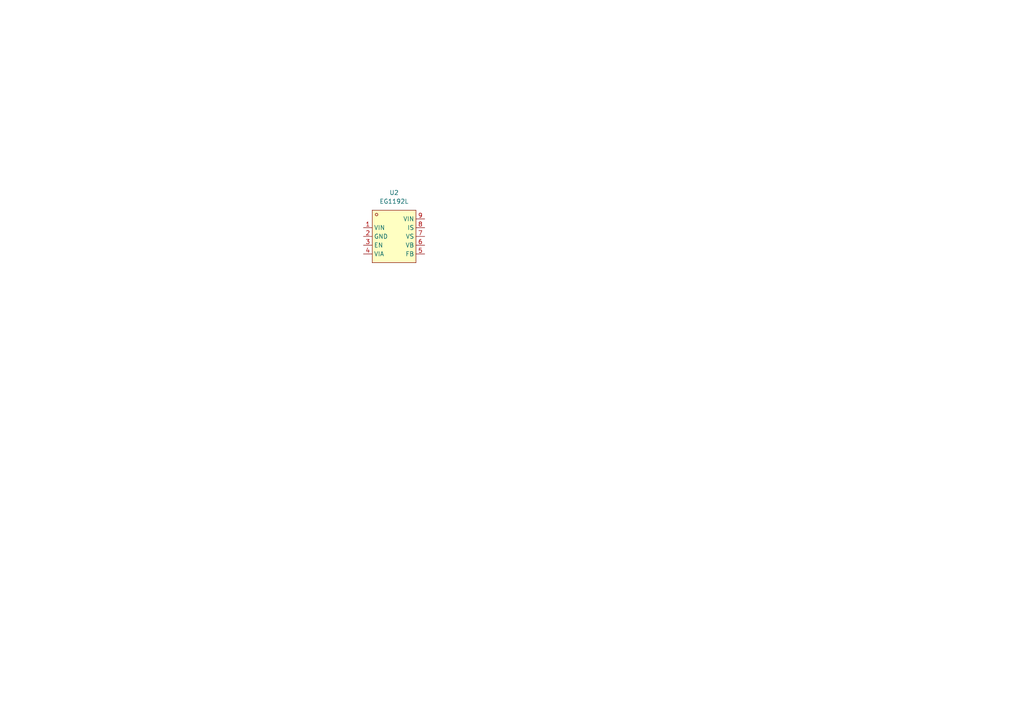
<source format=kicad_sch>
(kicad_sch (version 20250114) (generator "eeschema") (generator_version "9.0")
  (paper "A4")
  (lib_symbols
    (symbol "lcsc:EG1192L"
      (property "Reference" "U" (at 0 10.16 0))
      (property "Value" "EG1192L" (at 0 -10.16 0))
      (symbol "EG1192L_0_1"
        (rectangle (start -6.35 7.62) (end 6.35 -7.62) (fill (type background)))
        (circle (center -5.08 6.35) (radius 0.38))
        (pin unspecified line (at -8.89 2.54 0) (length 2.54) (name "VIN") (number "1"))
        (pin unspecified line (at -8.89 0 0) (length 2.54) (name "GND") (number "2"))
        (pin unspecified line (at -8.89 -2.54 0) (length 2.54) (name "EN") (number "3"))
        (pin unspecified line (at -8.89 -5.08 0) (length 2.54) (name "VIA") (number "4"))
        (pin unspecified line (at 8.89 5.08 180) (length 2.54) (name "VIN") (number "9"))
        (pin unspecified line (at 8.89 2.54 180) (length 2.54) (name "IS") (number "8"))
        (pin unspecified line (at 8.89 0 180) (length 2.54) (name "VS") (number "7"))
        (pin unspecified line (at 8.89 -2.54 180) (length 2.54) (name "VB") (number "6"))
        (pin unspecified line (at 8.89 -5.08 180) (length 2.54) (name "FB") (number "5"))
      )
    )
  )
  (symbol (lib_id "lcsc:EG1192L") (at 114.3 68.58 0) (unit 1)
    (property "Reference" "U2" (at 114.3 55.88 0))
    (property "Value" "EG1192L" (at 114.3 58.42 0))
    (property "Footprint" "lcsc:ESOP-8_L4.9-W3.9-P1.27-LS6.0-BL-EP" (effects (hide yes)))
    (property "Datasheet" "https://www.lcsc.com/product-detail/C2987436.html" (effects (hide yes)))
    (property "Description" "Switch mode power supply" (effects (hide yes)))
    (property "LCSC Part" "C2987436" (effects (hide yes)))
  )
)
</source>
